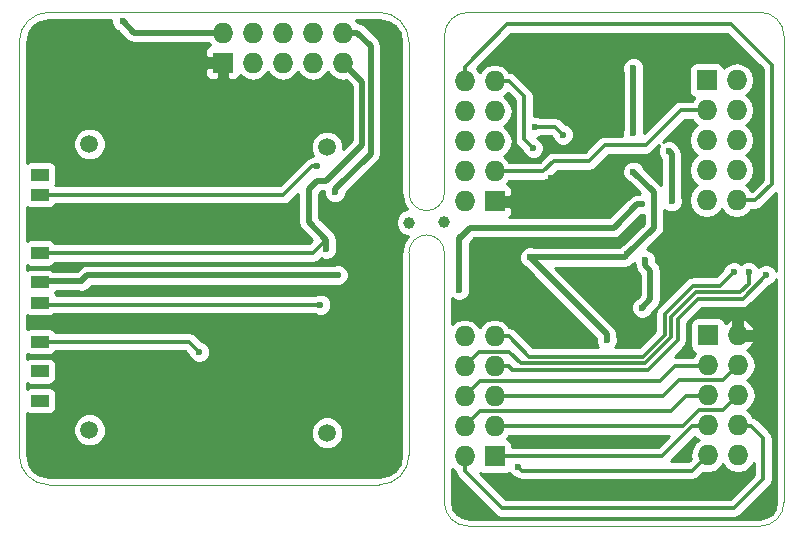
<source format=gbl>
%TF.GenerationSoftware,KiCad,Pcbnew,4.0.2-stable*%
%TF.CreationDate,2016-07-29T00:42:35+02:00*%
%TF.ProjectId,combined,636F6D62696E65642E6B696361645F70,rev?*%
%TF.FileFunction,Copper,L2,Bot,Signal*%
%FSLAX46Y46*%
G04 Gerber Fmt 4.6, Leading zero omitted, Abs format (unit mm)*
G04 Created by KiCad (PCBNEW 4.0.2-stable) date 29.07.2016 00:42:35*
%MOMM*%
G01*
G04 APERTURE LIST*
%ADD10C,0.100000*%
%ADD11C,0.010000*%
%ADD12C,1.000000*%
%ADD13C,0.600000*%
%ADD14R,1.727200X1.727200*%
%ADD15O,1.727200X1.727200*%
%ADD16C,1.500000*%
%ADD17R,1.500000X1.000000*%
%ADD18R,2.200000X1.200000*%
%ADD19C,0.500000*%
%ADD20C,0.350000*%
%ADD21C,0.254000*%
G04 APERTURE END LIST*
D10*
D11*
X112250000Y-106000000D02*
X112250000Y-119300000D01*
X139000000Y-104000000D02*
X114250000Y-104000000D01*
X141000000Y-145500000D02*
X141000000Y-106000000D01*
X114250000Y-147500000D02*
X139000000Y-147500000D01*
X112250000Y-124350000D02*
X112250000Y-145500000D01*
X112250000Y-145500000D02*
G75*
G03X114250000Y-147500000I2000000J0D01*
G01*
X139000000Y-147500000D02*
G75*
G03X141000000Y-145500000I0J2000000D01*
G01*
X141000000Y-106000000D02*
G75*
G03X139000000Y-104000000I-2000000J0D01*
G01*
X114250000Y-104000000D02*
G75*
G03X112250000Y-106000000I0J-2000000D01*
G01*
X109250000Y-106500000D02*
X109250000Y-119300000D01*
X109250000Y-141500000D02*
X109250000Y-124350000D01*
X110750000Y-122850000D02*
G75*
G03X109250000Y-124350000I0J-1500000D01*
G01*
X112250000Y-124350000D02*
G75*
G03X110750000Y-122850000I-1500000J0D01*
G01*
X110750000Y-120800000D02*
G75*
G03X112250000Y-119300000I0J1500000D01*
G01*
X109250000Y-119300000D02*
G75*
G03X110750000Y-120800000I1500000J0D01*
G01*
X78750000Y-104000000D02*
X106750000Y-104000000D01*
X76250000Y-141500000D02*
X76250000Y-106500000D01*
X106750000Y-144000000D02*
X78750000Y-144000000D01*
X76250000Y-141500000D02*
G75*
G03X78750000Y-144000000I2500000J0D01*
G01*
X106750000Y-144000000D02*
G75*
G03X109250000Y-141500000I0J2500000D01*
G01*
X109250000Y-106500000D02*
G75*
G03X106750000Y-104000000I-2500000J0D01*
G01*
X78750000Y-104000000D02*
G75*
G03X76250000Y-106500000I0J-2500000D01*
G01*
D12*
X112250000Y-121750000D03*
X109250000Y-121800000D03*
D13*
X118350000Y-116050000D03*
X121400000Y-111900000D03*
X129900000Y-116750000D03*
X127950000Y-131200000D03*
X116050000Y-128450000D03*
X115050000Y-123450000D03*
X128400000Y-126300000D03*
X121700000Y-131000000D03*
X121300000Y-118000000D03*
X114500000Y-145250000D03*
X118600000Y-107100000D03*
X131500000Y-108600000D03*
X132100000Y-122400000D03*
X134400000Y-125600000D03*
X139400000Y-136800000D03*
X134100000Y-144500000D03*
X132300000Y-141800000D03*
X128500000Y-140400000D03*
X121300000Y-140400000D03*
D14*
X134460000Y-109750000D03*
D15*
X137000000Y-109750000D03*
X134460000Y-112290000D03*
X137000000Y-112290000D03*
X134460000Y-114830000D03*
X137000000Y-114830000D03*
X134460000Y-117370000D03*
X137000000Y-117370000D03*
X134460000Y-119910000D03*
X137000000Y-119910000D03*
D14*
X134560000Y-131350000D03*
D15*
X137100000Y-131350000D03*
X134560000Y-133890000D03*
X137100000Y-133890000D03*
X134560000Y-136430000D03*
X137100000Y-136430000D03*
X134560000Y-138970000D03*
X137100000Y-138970000D03*
X134560000Y-141510000D03*
X137100000Y-141510000D03*
D14*
X116500000Y-141600000D03*
D15*
X113960000Y-141600000D03*
X116500000Y-139060000D03*
X113960000Y-139060000D03*
X116500000Y-136520000D03*
X113960000Y-136520000D03*
X116500000Y-133980000D03*
X113960000Y-133980000D03*
X116500000Y-131440000D03*
X113960000Y-131440000D03*
D14*
X116500000Y-120000000D03*
D15*
X113960000Y-120000000D03*
X116500000Y-117460000D03*
X113960000Y-117460000D03*
X116500000Y-114920000D03*
X113960000Y-114920000D03*
X116500000Y-112380000D03*
X113960000Y-112380000D03*
X116500000Y-109840000D03*
X113960000Y-109840000D03*
D13*
X123700000Y-144800000D03*
X95100000Y-134950000D03*
X89250000Y-138250000D03*
X102400000Y-135900000D03*
X104300000Y-141750000D03*
X90700000Y-122150000D03*
D16*
X82200000Y-139350000D03*
X82200000Y-115150000D03*
D14*
X93500000Y-108250000D03*
D15*
X93500000Y-105710000D03*
X96040000Y-108250000D03*
X96040000Y-105710000D03*
X98580000Y-108250000D03*
X98580000Y-105710000D03*
X101120000Y-108250000D03*
X101120000Y-105710000D03*
X103660000Y-108250000D03*
X103660000Y-105710000D03*
D17*
X78000000Y-134375000D03*
X78000000Y-131875000D03*
X78000000Y-128575000D03*
X78000000Y-126875000D03*
X78000000Y-124375000D03*
X78000000Y-121875000D03*
X78000000Y-119450000D03*
X78000000Y-117750000D03*
X78000000Y-136875000D03*
X78000000Y-130225000D03*
X78000000Y-114400000D03*
D18*
X99000000Y-141900000D03*
X100200000Y-113900000D03*
D16*
X102300000Y-139600000D03*
X102300000Y-115400000D03*
D13*
X93700000Y-140850000D03*
X114750000Y-125500000D03*
X98500000Y-121850000D03*
X103750000Y-121500000D03*
X83750000Y-105750000D03*
X126000000Y-131750000D03*
X128250000Y-108750000D03*
X128250000Y-114250000D03*
X128250000Y-117500000D03*
X127750000Y-124500000D03*
X119500000Y-124750000D03*
X103250000Y-126250000D03*
X81500000Y-126750000D03*
X118500000Y-142500000D03*
X136750000Y-126000000D03*
X138000000Y-126000000D03*
X139500000Y-126250000D03*
X129000000Y-120250000D03*
X131250000Y-115750000D03*
X131500000Y-120000000D03*
X129250000Y-125000000D03*
X113650000Y-123000000D03*
X113500000Y-127500000D03*
X129000000Y-129000000D03*
X85000000Y-104750000D03*
X119900000Y-113700000D03*
X122300000Y-114350000D03*
X119750000Y-115500000D03*
X91500000Y-132750000D03*
X101750000Y-128750000D03*
X102250000Y-124000000D03*
X101500000Y-117000000D03*
X103000000Y-119250000D03*
D19*
X121700000Y-131000000D02*
X121700000Y-130100000D01*
X121700000Y-130100000D02*
X115050000Y-123450000D01*
X114750000Y-125500000D02*
X114750000Y-125250000D01*
X114750000Y-125250000D02*
X116750000Y-123250000D01*
X116250000Y-128500000D02*
X116250000Y-127000000D01*
X116250000Y-127000000D02*
X114750000Y-125500000D01*
X87100000Y-121875000D02*
X98475000Y-121875000D01*
X78000000Y-121875000D02*
X87100000Y-121875000D01*
X98475000Y-121875000D02*
X98500000Y-121850000D01*
X126000000Y-131250000D02*
X126000000Y-131750000D01*
X125500000Y-130750000D02*
X126000000Y-131250000D01*
X119500000Y-124750000D02*
X125500000Y-130750000D01*
X128250000Y-114250000D02*
X128250000Y-108750000D01*
X128250000Y-117500000D02*
X130000000Y-119250000D01*
X130000000Y-119250000D02*
X130000000Y-122250000D01*
X130000000Y-122250000D02*
X127750000Y-124500000D01*
X119500000Y-124750000D02*
X127500000Y-124750000D01*
X127500000Y-124750000D02*
X127750000Y-124500000D01*
X103250000Y-126250000D02*
X82000000Y-126250000D01*
X82000000Y-126250000D02*
X81500000Y-126750000D01*
X81500000Y-126750000D02*
X78125000Y-126750000D01*
X78125000Y-126750000D02*
X78000000Y-126875000D01*
D20*
X133596401Y-142443599D02*
X134460000Y-141580000D01*
X118799999Y-142799999D02*
X133240001Y-142799999D01*
X133240001Y-142799999D02*
X133596401Y-142443599D01*
X118500000Y-142500000D02*
X118799999Y-142799999D01*
X129044360Y-133149980D02*
X130899980Y-131294360D01*
X119431294Y-133149980D02*
X129044360Y-133149980D01*
X116500000Y-131440000D02*
X117721314Y-131440000D01*
X117721314Y-131440000D02*
X119431294Y-133149980D01*
X133294358Y-127149980D02*
X135600020Y-127149980D01*
X135600020Y-127149980D02*
X136750000Y-126000000D01*
X130899980Y-131294360D02*
X130899980Y-129544358D01*
X130899980Y-129544358D02*
X133294358Y-127149980D01*
X113960000Y-133980000D02*
X115198601Y-132741399D01*
X115198601Y-132741399D02*
X117741399Y-132741399D01*
X118699990Y-133699990D02*
X129272180Y-133699990D01*
X117741399Y-132741399D02*
X118699990Y-133699990D01*
X129272180Y-133699990D02*
X131449990Y-131522180D01*
X131449990Y-131522180D02*
X131449990Y-129772179D01*
X131449990Y-129772179D02*
X133522179Y-127699990D01*
X136250000Y-127699990D02*
X137272180Y-127699990D01*
X133522179Y-127699990D02*
X136250000Y-127699990D01*
X137272180Y-127699990D02*
X138000000Y-126972170D01*
X138000000Y-126972170D02*
X138000000Y-126000000D01*
X129500000Y-134250000D02*
X132000000Y-131750000D01*
X116500000Y-133980000D02*
X117721314Y-133980000D01*
X117721314Y-133980000D02*
X117991314Y-134250000D01*
X117991314Y-134250000D02*
X129500000Y-134250000D01*
X132000000Y-130000000D02*
X133750000Y-128250000D01*
X132000000Y-131750000D02*
X132000000Y-130000000D01*
X133750000Y-128250000D02*
X137500000Y-128250000D01*
X137500000Y-128250000D02*
X139500000Y-126250000D01*
X113960000Y-136520000D02*
X115230000Y-135250000D01*
X130500000Y-135250000D02*
X131790000Y-133960000D01*
X115230000Y-135250000D02*
X130500000Y-135250000D01*
X131790000Y-133960000D02*
X134460000Y-133960000D01*
X137100000Y-133890000D02*
X135840000Y-135150000D01*
X135840000Y-135150000D02*
X132100000Y-135150000D01*
X132100000Y-135150000D02*
X130730000Y-136520000D01*
X130730000Y-136520000D02*
X116500000Y-136520000D01*
X113960000Y-139060000D02*
X115261399Y-137758601D01*
X115261399Y-137758601D02*
X131463569Y-137758601D01*
X131463569Y-137758601D02*
X132722170Y-136500000D01*
X132722170Y-136500000D02*
X133238686Y-136500000D01*
X133238686Y-136500000D02*
X134460000Y-136500000D01*
X116500000Y-139060000D02*
X132440856Y-139060000D01*
X132440856Y-139060000D02*
X133800856Y-137700000D01*
X133800856Y-137700000D02*
X135830000Y-137700000D01*
X135830000Y-137700000D02*
X137100000Y-136430000D01*
X137000000Y-139040000D02*
X138221314Y-139040000D01*
X138221314Y-139040000D02*
X139250000Y-140068686D01*
X139250000Y-140068686D02*
X139250000Y-143500000D01*
X139250000Y-143500000D02*
X136750000Y-146000000D01*
X136750000Y-146000000D02*
X117138686Y-146000000D01*
X113960000Y-142821314D02*
X113960000Y-141600000D01*
X117138686Y-146000000D02*
X113960000Y-142821314D01*
X134460000Y-139040000D02*
X133238686Y-139040000D01*
X133238686Y-139040000D02*
X130678686Y-141600000D01*
X130678686Y-141600000D02*
X116500000Y-141600000D01*
D19*
X129250000Y-125000000D02*
X129250000Y-125424264D01*
X126575736Y-122250000D02*
X114400000Y-122250000D01*
X114400000Y-122250000D02*
X113650000Y-123000000D01*
X129000000Y-120250000D02*
X128575736Y-120250000D01*
X128575736Y-120250000D02*
X126575736Y-122250000D01*
X131500000Y-116000000D02*
X131250000Y-115750000D01*
X131500000Y-120000000D02*
X131500000Y-116000000D01*
X113500000Y-127500000D02*
X113500000Y-123150000D01*
X113500000Y-123150000D02*
X113650000Y-123000000D01*
X129700000Y-125874264D02*
X129700000Y-128300000D01*
X129700000Y-128300000D02*
X129000000Y-129000000D01*
X129250000Y-125424264D02*
X129700000Y-125874264D01*
X93500000Y-105710000D02*
X85960000Y-105710000D01*
X85960000Y-105710000D02*
X85000000Y-104750000D01*
D20*
X132250000Y-112290000D02*
X134460000Y-112290000D01*
X129290000Y-115250000D02*
X132250000Y-112290000D01*
X125850000Y-115250000D02*
X129290000Y-115250000D01*
X124500000Y-116600000D02*
X125850000Y-115250000D01*
X121500000Y-116600000D02*
X124500000Y-116600000D01*
X116500000Y-117460000D02*
X120640000Y-117460000D01*
X120640000Y-117460000D02*
X121500000Y-116600000D01*
X121650000Y-113700000D02*
X119900000Y-113700000D01*
X122300000Y-114350000D02*
X121650000Y-113700000D01*
X122250000Y-114400000D02*
X122300000Y-114350000D01*
X119000000Y-111118686D02*
X119000000Y-114750000D01*
X119000000Y-114750000D02*
X119750000Y-115500000D01*
X116500000Y-109840000D02*
X117721314Y-109840000D01*
X117721314Y-109840000D02*
X119000000Y-111118686D01*
X113960000Y-109840000D02*
X113960000Y-108618686D01*
X113960000Y-108618686D02*
X117578686Y-105000000D01*
X117578686Y-105000000D02*
X136500000Y-105000000D01*
X136500000Y-105000000D02*
X140000000Y-108500000D01*
X140000000Y-108500000D02*
X140000000Y-118500000D01*
X140000000Y-118500000D02*
X138590000Y-119910000D01*
X138590000Y-119910000D02*
X137000000Y-119910000D01*
X91500000Y-132750000D02*
X90625000Y-131875000D01*
X90625000Y-131875000D02*
X78000000Y-131875000D01*
X101750000Y-128750000D02*
X78175000Y-128750000D01*
X78175000Y-128750000D02*
X78000000Y-128575000D01*
X102250000Y-123250000D02*
X101125000Y-124375000D01*
X101125000Y-124375000D02*
X78000000Y-124375000D01*
D19*
X100750000Y-121750000D02*
X102250000Y-123250000D01*
X102250000Y-123250000D02*
X102250000Y-124000000D01*
X100750000Y-119000000D02*
X100750000Y-121750000D01*
X101500000Y-118250000D02*
X100750000Y-119000000D01*
X102250000Y-118250000D02*
X101500000Y-118250000D01*
X105299990Y-115200010D02*
X102250000Y-118250000D01*
X103660000Y-108250000D02*
X105299990Y-109889990D01*
X105299990Y-109889990D02*
X105299990Y-115200010D01*
D20*
X101500000Y-117000000D02*
X101075736Y-117000000D01*
X101075736Y-117000000D02*
X98625736Y-119450000D01*
X98625736Y-119450000D02*
X79100000Y-119450000D01*
X79100000Y-119450000D02*
X78000000Y-119450000D01*
D19*
X106000000Y-116000000D02*
X103000000Y-119000000D01*
X103000000Y-119000000D02*
X103000000Y-119250000D01*
X106000000Y-106828686D02*
X106000000Y-116000000D01*
X103660000Y-105710000D02*
X104881314Y-105710000D01*
X104881314Y-105710000D02*
X106000000Y-106828686D01*
D21*
G36*
X140360000Y-145436964D02*
X140244892Y-146015653D01*
X139952800Y-146452799D01*
X139515650Y-146744893D01*
X138936964Y-146860000D01*
X114313036Y-146860000D01*
X113734347Y-146744892D01*
X113297201Y-146452800D01*
X113005107Y-146015650D01*
X112890000Y-145436964D01*
X112890000Y-142672385D01*
X113155689Y-142849912D01*
X113211658Y-143131288D01*
X113309393Y-143277558D01*
X113387244Y-143394070D01*
X116565930Y-146572757D01*
X116828713Y-146748343D01*
X116966583Y-146775766D01*
X117138686Y-146810000D01*
X136750000Y-146810000D01*
X137059974Y-146748342D01*
X137322756Y-146572756D01*
X139822757Y-144072756D01*
X139954798Y-143875142D01*
X139998342Y-143809974D01*
X140060000Y-143500000D01*
X140060000Y-140068686D01*
X140021812Y-139876702D01*
X139998343Y-139758713D01*
X139822757Y-139495930D01*
X138794070Y-138467244D01*
X138733151Y-138426539D01*
X138531288Y-138291658D01*
X138419183Y-138269359D01*
X138159670Y-137880971D01*
X137888828Y-137700000D01*
X138159670Y-137519029D01*
X138484526Y-137032848D01*
X138598600Y-136459359D01*
X138598600Y-136400641D01*
X138484526Y-135827152D01*
X138159670Y-135340971D01*
X137888828Y-135160000D01*
X138159670Y-134979029D01*
X138484526Y-134492848D01*
X138598600Y-133919359D01*
X138598600Y-133860641D01*
X138484526Y-133287152D01*
X138159670Y-132800971D01*
X137870890Y-132608014D01*
X138142687Y-132426424D01*
X138475247Y-131945467D01*
X138392717Y-131723000D01*
X137473000Y-131723000D01*
X137473000Y-131743000D01*
X136727000Y-131743000D01*
X136727000Y-131723000D01*
X136707000Y-131723000D01*
X136707000Y-130977000D01*
X136727000Y-130977000D01*
X136727000Y-130063117D01*
X137473000Y-130063117D01*
X137473000Y-130977000D01*
X138392717Y-130977000D01*
X138475247Y-130754533D01*
X138142687Y-130273576D01*
X137695463Y-129974782D01*
X137473000Y-130063117D01*
X136727000Y-130063117D01*
X136504537Y-129974782D01*
X136057313Y-130273576D01*
X136036624Y-130303497D01*
X136026762Y-130251083D01*
X135887690Y-130034959D01*
X135675490Y-129889969D01*
X135423600Y-129838960D01*
X133696400Y-129838960D01*
X133461083Y-129883238D01*
X133244959Y-130022310D01*
X133099969Y-130234510D01*
X133048960Y-130486400D01*
X133048960Y-132213600D01*
X133093238Y-132448917D01*
X133232310Y-132665041D01*
X133444510Y-132810031D01*
X133488345Y-132818908D01*
X133267116Y-133150000D01*
X131790000Y-133150000D01*
X131734466Y-133161046D01*
X132572757Y-132322756D01*
X132724981Y-132094936D01*
X132748342Y-132059974D01*
X132810000Y-131750000D01*
X132810000Y-130335512D01*
X134085513Y-129060000D01*
X137500000Y-129060000D01*
X137809974Y-128998342D01*
X138072756Y-128822756D01*
X139728084Y-127167429D01*
X140028943Y-127043117D01*
X140292192Y-126780327D01*
X140360000Y-126617028D01*
X140360000Y-145436964D01*
X140360000Y-145436964D01*
G37*
X140360000Y-145436964D02*
X140244892Y-146015653D01*
X139952800Y-146452799D01*
X139515650Y-146744893D01*
X138936964Y-146860000D01*
X114313036Y-146860000D01*
X113734347Y-146744892D01*
X113297201Y-146452800D01*
X113005107Y-146015650D01*
X112890000Y-145436964D01*
X112890000Y-142672385D01*
X113155689Y-142849912D01*
X113211658Y-143131288D01*
X113309393Y-143277558D01*
X113387244Y-143394070D01*
X116565930Y-146572757D01*
X116828713Y-146748343D01*
X116966583Y-146775766D01*
X117138686Y-146810000D01*
X136750000Y-146810000D01*
X137059974Y-146748342D01*
X137322756Y-146572756D01*
X139822757Y-144072756D01*
X139954798Y-143875142D01*
X139998342Y-143809974D01*
X140060000Y-143500000D01*
X140060000Y-140068686D01*
X140021812Y-139876702D01*
X139998343Y-139758713D01*
X139822757Y-139495930D01*
X138794070Y-138467244D01*
X138733151Y-138426539D01*
X138531288Y-138291658D01*
X138419183Y-138269359D01*
X138159670Y-137880971D01*
X137888828Y-137700000D01*
X138159670Y-137519029D01*
X138484526Y-137032848D01*
X138598600Y-136459359D01*
X138598600Y-136400641D01*
X138484526Y-135827152D01*
X138159670Y-135340971D01*
X137888828Y-135160000D01*
X138159670Y-134979029D01*
X138484526Y-134492848D01*
X138598600Y-133919359D01*
X138598600Y-133860641D01*
X138484526Y-133287152D01*
X138159670Y-132800971D01*
X137870890Y-132608014D01*
X138142687Y-132426424D01*
X138475247Y-131945467D01*
X138392717Y-131723000D01*
X137473000Y-131723000D01*
X137473000Y-131743000D01*
X136727000Y-131743000D01*
X136727000Y-131723000D01*
X136707000Y-131723000D01*
X136707000Y-130977000D01*
X136727000Y-130977000D01*
X136727000Y-130063117D01*
X137473000Y-130063117D01*
X137473000Y-130977000D01*
X138392717Y-130977000D01*
X138475247Y-130754533D01*
X138142687Y-130273576D01*
X137695463Y-129974782D01*
X137473000Y-130063117D01*
X136727000Y-130063117D01*
X136504537Y-129974782D01*
X136057313Y-130273576D01*
X136036624Y-130303497D01*
X136026762Y-130251083D01*
X135887690Y-130034959D01*
X135675490Y-129889969D01*
X135423600Y-129838960D01*
X133696400Y-129838960D01*
X133461083Y-129883238D01*
X133244959Y-130022310D01*
X133099969Y-130234510D01*
X133048960Y-130486400D01*
X133048960Y-132213600D01*
X133093238Y-132448917D01*
X133232310Y-132665041D01*
X133444510Y-132810031D01*
X133488345Y-132818908D01*
X133267116Y-133150000D01*
X131790000Y-133150000D01*
X131734466Y-133161046D01*
X132572757Y-132322756D01*
X132724981Y-132094936D01*
X132748342Y-132059974D01*
X132810000Y-131750000D01*
X132810000Y-130335512D01*
X134085513Y-129060000D01*
X137500000Y-129060000D01*
X137809974Y-128998342D01*
X138072756Y-128822756D01*
X139728084Y-127167429D01*
X140028943Y-127043117D01*
X140292192Y-126780327D01*
X140360000Y-126617028D01*
X140360000Y-145436964D01*
G36*
X138440000Y-143164487D02*
X136414488Y-145190000D01*
X117474199Y-145190000D01*
X115257333Y-142973135D01*
X115384510Y-143060031D01*
X115636400Y-143111040D01*
X117363600Y-143111040D01*
X117598917Y-143066762D01*
X117696551Y-143003937D01*
X117706883Y-143028943D01*
X117969673Y-143292192D01*
X118313201Y-143434838D01*
X118320164Y-143434844D01*
X118490026Y-143548342D01*
X118799999Y-143609999D01*
X133240001Y-143609999D01*
X133549975Y-143548341D01*
X133812757Y-143372755D01*
X134169158Y-143016355D01*
X134169160Y-143016352D01*
X134215982Y-142969530D01*
X134560000Y-143037959D01*
X135133489Y-142923885D01*
X135619670Y-142599029D01*
X135830000Y-142284248D01*
X136040330Y-142599029D01*
X136526511Y-142923885D01*
X137100000Y-143037959D01*
X137673489Y-142923885D01*
X138159670Y-142599029D01*
X138440000Y-142179486D01*
X138440000Y-143164487D01*
X138440000Y-143164487D01*
G37*
X138440000Y-143164487D02*
X136414488Y-145190000D01*
X117474199Y-145190000D01*
X115257333Y-142973135D01*
X115384510Y-143060031D01*
X115636400Y-143111040D01*
X117363600Y-143111040D01*
X117598917Y-143066762D01*
X117696551Y-143003937D01*
X117706883Y-143028943D01*
X117969673Y-143292192D01*
X118313201Y-143434838D01*
X118320164Y-143434844D01*
X118490026Y-143548342D01*
X118799999Y-143609999D01*
X133240001Y-143609999D01*
X133549975Y-143548341D01*
X133812757Y-143372755D01*
X134169158Y-143016355D01*
X134169160Y-143016352D01*
X134215982Y-142969530D01*
X134560000Y-143037959D01*
X135133489Y-142923885D01*
X135619670Y-142599029D01*
X135830000Y-142284248D01*
X136040330Y-142599029D01*
X136526511Y-142923885D01*
X137100000Y-143037959D01*
X137673489Y-142923885D01*
X138159670Y-142599029D01*
X138440000Y-142179486D01*
X138440000Y-143164487D01*
G36*
X107456995Y-104793169D02*
X108056353Y-105193647D01*
X108456832Y-105793006D01*
X108610000Y-106563037D01*
X108610000Y-119300000D01*
X108622297Y-119361821D01*
X108622297Y-119424858D01*
X108736479Y-119998882D01*
X108736479Y-119998883D01*
X108832040Y-120229590D01*
X109122897Y-120664888D01*
X109025225Y-120664803D01*
X108607914Y-120837233D01*
X108288355Y-121156235D01*
X108115197Y-121573244D01*
X108114803Y-122024775D01*
X108287233Y-122442086D01*
X108606235Y-122761645D01*
X109023244Y-122934803D01*
X109156434Y-122934919D01*
X108832040Y-123420410D01*
X108736479Y-123651117D01*
X108622297Y-124225142D01*
X108622297Y-124288179D01*
X108610000Y-124350000D01*
X108610000Y-141436963D01*
X108456832Y-142206994D01*
X108056353Y-142806353D01*
X107456995Y-143206831D01*
X106686963Y-143360000D01*
X78813037Y-143360000D01*
X78043006Y-143206832D01*
X77443647Y-142806353D01*
X77043169Y-142206995D01*
X76890000Y-141436963D01*
X76890000Y-139624285D01*
X80814760Y-139624285D01*
X81025169Y-140133515D01*
X81414436Y-140523461D01*
X81923298Y-140734759D01*
X82474285Y-140735240D01*
X82983515Y-140524831D01*
X83373461Y-140135564D01*
X83481953Y-139874285D01*
X100914760Y-139874285D01*
X101125169Y-140383515D01*
X101514436Y-140773461D01*
X102023298Y-140984759D01*
X102574285Y-140985240D01*
X103083515Y-140774831D01*
X103473461Y-140385564D01*
X103684759Y-139876702D01*
X103685240Y-139325715D01*
X103474831Y-138816485D01*
X103085564Y-138426539D01*
X102576702Y-138215241D01*
X102025715Y-138214760D01*
X101516485Y-138425169D01*
X101126539Y-138814436D01*
X100915241Y-139323298D01*
X100914760Y-139874285D01*
X83481953Y-139874285D01*
X83584759Y-139626702D01*
X83585240Y-139075715D01*
X83374831Y-138566485D01*
X82985564Y-138176539D01*
X82476702Y-137965241D01*
X81925715Y-137964760D01*
X81416485Y-138175169D01*
X81026539Y-138564436D01*
X80815241Y-139073298D01*
X80814760Y-139624285D01*
X76890000Y-139624285D01*
X76890000Y-137897563D01*
X76998110Y-137971431D01*
X77250000Y-138022440D01*
X78750000Y-138022440D01*
X78985317Y-137978162D01*
X79201441Y-137839090D01*
X79346431Y-137626890D01*
X79397440Y-137375000D01*
X79397440Y-136375000D01*
X79353162Y-136139683D01*
X79214090Y-135923559D01*
X79001890Y-135778569D01*
X78750000Y-135727560D01*
X77250000Y-135727560D01*
X77014683Y-135771838D01*
X76890000Y-135852069D01*
X76890000Y-135397563D01*
X76998110Y-135471431D01*
X77250000Y-135522440D01*
X78750000Y-135522440D01*
X78985317Y-135478162D01*
X79201441Y-135339090D01*
X79346431Y-135126890D01*
X79397440Y-134875000D01*
X79397440Y-133875000D01*
X79353162Y-133639683D01*
X79214090Y-133423559D01*
X79001890Y-133278569D01*
X78750000Y-133227560D01*
X77250000Y-133227560D01*
X77014683Y-133271838D01*
X76890000Y-133352069D01*
X76890000Y-132897563D01*
X76998110Y-132971431D01*
X77250000Y-133022440D01*
X78750000Y-133022440D01*
X78985317Y-132978162D01*
X79201441Y-132839090D01*
X79306726Y-132685000D01*
X90289488Y-132685000D01*
X90582571Y-132978083D01*
X90706883Y-133278943D01*
X90969673Y-133542192D01*
X91313201Y-133684838D01*
X91685167Y-133685162D01*
X92028943Y-133543117D01*
X92292192Y-133280327D01*
X92434838Y-132936799D01*
X92435162Y-132564833D01*
X92293117Y-132221057D01*
X92030327Y-131957808D01*
X91727629Y-131832116D01*
X91197756Y-131302244D01*
X91185957Y-131294360D01*
X90934974Y-131126658D01*
X90625000Y-131065000D01*
X79305105Y-131065000D01*
X79214090Y-130923559D01*
X79001890Y-130778569D01*
X78750000Y-130727560D01*
X77250000Y-130727560D01*
X77014683Y-130771838D01*
X76890000Y-130852069D01*
X76890000Y-129597563D01*
X76998110Y-129671431D01*
X77250000Y-129722440D01*
X78750000Y-129722440D01*
X78985317Y-129678162D01*
X79168946Y-129560000D01*
X101262559Y-129560000D01*
X101563201Y-129684838D01*
X101935167Y-129685162D01*
X102278943Y-129543117D01*
X102542192Y-129280327D01*
X102684838Y-128936799D01*
X102685162Y-128564833D01*
X102543117Y-128221057D01*
X102280327Y-127957808D01*
X101936799Y-127815162D01*
X101564833Y-127814838D01*
X101261917Y-127940000D01*
X79372038Y-127940000D01*
X79353162Y-127839683D01*
X79279380Y-127725022D01*
X79340890Y-127635000D01*
X81193178Y-127635000D01*
X81313201Y-127684838D01*
X81685167Y-127685162D01*
X82028943Y-127543117D01*
X82292192Y-127280327D01*
X82342566Y-127159014D01*
X82366580Y-127135000D01*
X102943178Y-127135000D01*
X103063201Y-127184838D01*
X103435167Y-127185162D01*
X103778943Y-127043117D01*
X104042192Y-126780327D01*
X104184838Y-126436799D01*
X104185162Y-126064833D01*
X104043117Y-125721057D01*
X103780327Y-125457808D01*
X103436799Y-125315162D01*
X103064833Y-125314838D01*
X102943431Y-125365000D01*
X82000005Y-125365000D01*
X82000000Y-125364999D01*
X81717516Y-125421190D01*
X81661325Y-125432367D01*
X81374210Y-125624210D01*
X81374208Y-125624213D01*
X81133421Y-125865000D01*
X79128386Y-125865000D01*
X79001890Y-125778569D01*
X78750000Y-125727560D01*
X77250000Y-125727560D01*
X77014683Y-125771838D01*
X76890000Y-125852069D01*
X76890000Y-125397563D01*
X76998110Y-125471431D01*
X77250000Y-125522440D01*
X78750000Y-125522440D01*
X78985317Y-125478162D01*
X79201441Y-125339090D01*
X79306726Y-125185000D01*
X101125000Y-125185000D01*
X101434974Y-125123342D01*
X101697756Y-124947756D01*
X101814107Y-124831405D01*
X102063201Y-124934838D01*
X102435167Y-124935162D01*
X102778943Y-124793117D01*
X103042192Y-124530327D01*
X103184838Y-124186799D01*
X103185162Y-123814833D01*
X103135000Y-123693431D01*
X103135000Y-123250000D01*
X103067633Y-122911325D01*
X102875790Y-122624210D01*
X102875787Y-122624208D01*
X101635000Y-121383420D01*
X101635000Y-119366580D01*
X101866579Y-119135000D01*
X102065099Y-119135000D01*
X102064838Y-119435167D01*
X102206883Y-119778943D01*
X102469673Y-120042192D01*
X102813201Y-120184838D01*
X103185167Y-120185162D01*
X103528943Y-120043117D01*
X103792192Y-119780327D01*
X103934838Y-119436799D01*
X103934943Y-119316637D01*
X106625787Y-116625792D01*
X106625790Y-116625790D01*
X106817633Y-116338675D01*
X106829239Y-116280327D01*
X106885001Y-116000000D01*
X106885000Y-115999995D01*
X106885000Y-106828691D01*
X106885001Y-106828686D01*
X106826013Y-106532140D01*
X106817633Y-106490011D01*
X106625790Y-106202896D01*
X106625787Y-106202894D01*
X105507104Y-105084210D01*
X105219989Y-104892367D01*
X105153131Y-104879068D01*
X104881314Y-104824999D01*
X104881309Y-104825000D01*
X104855998Y-104825000D01*
X104732385Y-104640000D01*
X106686963Y-104640000D01*
X107456995Y-104793169D01*
X107456995Y-104793169D01*
G37*
X107456995Y-104793169D02*
X108056353Y-105193647D01*
X108456832Y-105793006D01*
X108610000Y-106563037D01*
X108610000Y-119300000D01*
X108622297Y-119361821D01*
X108622297Y-119424858D01*
X108736479Y-119998882D01*
X108736479Y-119998883D01*
X108832040Y-120229590D01*
X109122897Y-120664888D01*
X109025225Y-120664803D01*
X108607914Y-120837233D01*
X108288355Y-121156235D01*
X108115197Y-121573244D01*
X108114803Y-122024775D01*
X108287233Y-122442086D01*
X108606235Y-122761645D01*
X109023244Y-122934803D01*
X109156434Y-122934919D01*
X108832040Y-123420410D01*
X108736479Y-123651117D01*
X108622297Y-124225142D01*
X108622297Y-124288179D01*
X108610000Y-124350000D01*
X108610000Y-141436963D01*
X108456832Y-142206994D01*
X108056353Y-142806353D01*
X107456995Y-143206831D01*
X106686963Y-143360000D01*
X78813037Y-143360000D01*
X78043006Y-143206832D01*
X77443647Y-142806353D01*
X77043169Y-142206995D01*
X76890000Y-141436963D01*
X76890000Y-139624285D01*
X80814760Y-139624285D01*
X81025169Y-140133515D01*
X81414436Y-140523461D01*
X81923298Y-140734759D01*
X82474285Y-140735240D01*
X82983515Y-140524831D01*
X83373461Y-140135564D01*
X83481953Y-139874285D01*
X100914760Y-139874285D01*
X101125169Y-140383515D01*
X101514436Y-140773461D01*
X102023298Y-140984759D01*
X102574285Y-140985240D01*
X103083515Y-140774831D01*
X103473461Y-140385564D01*
X103684759Y-139876702D01*
X103685240Y-139325715D01*
X103474831Y-138816485D01*
X103085564Y-138426539D01*
X102576702Y-138215241D01*
X102025715Y-138214760D01*
X101516485Y-138425169D01*
X101126539Y-138814436D01*
X100915241Y-139323298D01*
X100914760Y-139874285D01*
X83481953Y-139874285D01*
X83584759Y-139626702D01*
X83585240Y-139075715D01*
X83374831Y-138566485D01*
X82985564Y-138176539D01*
X82476702Y-137965241D01*
X81925715Y-137964760D01*
X81416485Y-138175169D01*
X81026539Y-138564436D01*
X80815241Y-139073298D01*
X80814760Y-139624285D01*
X76890000Y-139624285D01*
X76890000Y-137897563D01*
X76998110Y-137971431D01*
X77250000Y-138022440D01*
X78750000Y-138022440D01*
X78985317Y-137978162D01*
X79201441Y-137839090D01*
X79346431Y-137626890D01*
X79397440Y-137375000D01*
X79397440Y-136375000D01*
X79353162Y-136139683D01*
X79214090Y-135923559D01*
X79001890Y-135778569D01*
X78750000Y-135727560D01*
X77250000Y-135727560D01*
X77014683Y-135771838D01*
X76890000Y-135852069D01*
X76890000Y-135397563D01*
X76998110Y-135471431D01*
X77250000Y-135522440D01*
X78750000Y-135522440D01*
X78985317Y-135478162D01*
X79201441Y-135339090D01*
X79346431Y-135126890D01*
X79397440Y-134875000D01*
X79397440Y-133875000D01*
X79353162Y-133639683D01*
X79214090Y-133423559D01*
X79001890Y-133278569D01*
X78750000Y-133227560D01*
X77250000Y-133227560D01*
X77014683Y-133271838D01*
X76890000Y-133352069D01*
X76890000Y-132897563D01*
X76998110Y-132971431D01*
X77250000Y-133022440D01*
X78750000Y-133022440D01*
X78985317Y-132978162D01*
X79201441Y-132839090D01*
X79306726Y-132685000D01*
X90289488Y-132685000D01*
X90582571Y-132978083D01*
X90706883Y-133278943D01*
X90969673Y-133542192D01*
X91313201Y-133684838D01*
X91685167Y-133685162D01*
X92028943Y-133543117D01*
X92292192Y-133280327D01*
X92434838Y-132936799D01*
X92435162Y-132564833D01*
X92293117Y-132221057D01*
X92030327Y-131957808D01*
X91727629Y-131832116D01*
X91197756Y-131302244D01*
X91185957Y-131294360D01*
X90934974Y-131126658D01*
X90625000Y-131065000D01*
X79305105Y-131065000D01*
X79214090Y-130923559D01*
X79001890Y-130778569D01*
X78750000Y-130727560D01*
X77250000Y-130727560D01*
X77014683Y-130771838D01*
X76890000Y-130852069D01*
X76890000Y-129597563D01*
X76998110Y-129671431D01*
X77250000Y-129722440D01*
X78750000Y-129722440D01*
X78985317Y-129678162D01*
X79168946Y-129560000D01*
X101262559Y-129560000D01*
X101563201Y-129684838D01*
X101935167Y-129685162D01*
X102278943Y-129543117D01*
X102542192Y-129280327D01*
X102684838Y-128936799D01*
X102685162Y-128564833D01*
X102543117Y-128221057D01*
X102280327Y-127957808D01*
X101936799Y-127815162D01*
X101564833Y-127814838D01*
X101261917Y-127940000D01*
X79372038Y-127940000D01*
X79353162Y-127839683D01*
X79279380Y-127725022D01*
X79340890Y-127635000D01*
X81193178Y-127635000D01*
X81313201Y-127684838D01*
X81685167Y-127685162D01*
X82028943Y-127543117D01*
X82292192Y-127280327D01*
X82342566Y-127159014D01*
X82366580Y-127135000D01*
X102943178Y-127135000D01*
X103063201Y-127184838D01*
X103435167Y-127185162D01*
X103778943Y-127043117D01*
X104042192Y-126780327D01*
X104184838Y-126436799D01*
X104185162Y-126064833D01*
X104043117Y-125721057D01*
X103780327Y-125457808D01*
X103436799Y-125315162D01*
X103064833Y-125314838D01*
X102943431Y-125365000D01*
X82000005Y-125365000D01*
X82000000Y-125364999D01*
X81717516Y-125421190D01*
X81661325Y-125432367D01*
X81374210Y-125624210D01*
X81374208Y-125624213D01*
X81133421Y-125865000D01*
X79128386Y-125865000D01*
X79001890Y-125778569D01*
X78750000Y-125727560D01*
X77250000Y-125727560D01*
X77014683Y-125771838D01*
X76890000Y-125852069D01*
X76890000Y-125397563D01*
X76998110Y-125471431D01*
X77250000Y-125522440D01*
X78750000Y-125522440D01*
X78985317Y-125478162D01*
X79201441Y-125339090D01*
X79306726Y-125185000D01*
X101125000Y-125185000D01*
X101434974Y-125123342D01*
X101697756Y-124947756D01*
X101814107Y-124831405D01*
X102063201Y-124934838D01*
X102435167Y-124935162D01*
X102778943Y-124793117D01*
X103042192Y-124530327D01*
X103184838Y-124186799D01*
X103185162Y-123814833D01*
X103135000Y-123693431D01*
X103135000Y-123250000D01*
X103067633Y-122911325D01*
X102875790Y-122624210D01*
X102875787Y-122624208D01*
X101635000Y-121383420D01*
X101635000Y-119366580D01*
X101866579Y-119135000D01*
X102065099Y-119135000D01*
X102064838Y-119435167D01*
X102206883Y-119778943D01*
X102469673Y-120042192D01*
X102813201Y-120184838D01*
X103185167Y-120185162D01*
X103528943Y-120043117D01*
X103792192Y-119780327D01*
X103934838Y-119436799D01*
X103934943Y-119316637D01*
X106625787Y-116625792D01*
X106625790Y-116625790D01*
X106817633Y-116338675D01*
X106829239Y-116280327D01*
X106885001Y-116000000D01*
X106885000Y-115999995D01*
X106885000Y-106828691D01*
X106885001Y-106828686D01*
X106826013Y-106532140D01*
X106817633Y-106490011D01*
X106625790Y-106202896D01*
X106625787Y-106202894D01*
X105507104Y-105084210D01*
X105219989Y-104892367D01*
X105153131Y-104879068D01*
X104881314Y-104824999D01*
X104881309Y-104825000D01*
X104855998Y-104825000D01*
X104732385Y-104640000D01*
X106686963Y-104640000D01*
X107456995Y-104793169D01*
G36*
X133500330Y-140059029D02*
X133771172Y-140240000D01*
X133500330Y-140420971D01*
X133175474Y-140907152D01*
X133061400Y-141480641D01*
X133061400Y-141539359D01*
X133110133Y-141784355D01*
X133023648Y-141870840D01*
X133023645Y-141870842D01*
X132904488Y-141989999D01*
X131434199Y-141989999D01*
X133446192Y-139978006D01*
X133500330Y-140059029D01*
X133500330Y-140059029D01*
G37*
X133500330Y-140059029D02*
X133771172Y-140240000D01*
X133500330Y-140420971D01*
X133175474Y-140907152D01*
X133061400Y-141480641D01*
X133061400Y-141539359D01*
X133110133Y-141784355D01*
X133023648Y-141870840D01*
X133023645Y-141870842D01*
X132904488Y-141989999D01*
X131434199Y-141989999D01*
X133446192Y-139978006D01*
X133500330Y-140059029D01*
G36*
X130343174Y-140790000D02*
X118011040Y-140790000D01*
X118011040Y-140736400D01*
X117966762Y-140501083D01*
X117827690Y-140284959D01*
X117615490Y-140139969D01*
X117571869Y-140131136D01*
X117589029Y-140119670D01*
X117755853Y-139870000D01*
X131263174Y-139870000D01*
X130343174Y-140790000D01*
X130343174Y-140790000D01*
G37*
X130343174Y-140790000D02*
X118011040Y-140790000D01*
X118011040Y-140736400D01*
X117966762Y-140501083D01*
X117827690Y-140284959D01*
X117615490Y-140139969D01*
X117571869Y-140131136D01*
X117589029Y-140119670D01*
X117755853Y-139870000D01*
X131263174Y-139870000D01*
X130343174Y-140790000D01*
G36*
X133400330Y-113379029D02*
X133671172Y-113560000D01*
X133400330Y-113740971D01*
X133075474Y-114227152D01*
X132961400Y-114800641D01*
X132961400Y-114859359D01*
X133075474Y-115432848D01*
X133400330Y-115919029D01*
X133671172Y-116100000D01*
X133400330Y-116280971D01*
X133075474Y-116767152D01*
X132961400Y-117340641D01*
X132961400Y-117399359D01*
X133075474Y-117972848D01*
X133400330Y-118459029D01*
X133671172Y-118640000D01*
X133400330Y-118820971D01*
X133075474Y-119307152D01*
X132961400Y-119880641D01*
X132961400Y-119939359D01*
X133075474Y-120512848D01*
X133400330Y-120999029D01*
X133886511Y-121323885D01*
X134460000Y-121437959D01*
X135033489Y-121323885D01*
X135519670Y-120999029D01*
X135730000Y-120684248D01*
X135940330Y-120999029D01*
X136426511Y-121323885D01*
X137000000Y-121437959D01*
X137573489Y-121323885D01*
X138059670Y-120999029D01*
X138246111Y-120720000D01*
X138590000Y-120720000D01*
X138899974Y-120658342D01*
X139162756Y-120482756D01*
X140360000Y-119285513D01*
X140360000Y-125882927D01*
X140293117Y-125721057D01*
X140030327Y-125457808D01*
X139686799Y-125315162D01*
X139314833Y-125314838D01*
X138971057Y-125456883D01*
X138840933Y-125586780D01*
X138793117Y-125471057D01*
X138530327Y-125207808D01*
X138186799Y-125065162D01*
X137814833Y-125064838D01*
X137471057Y-125206883D01*
X137375063Y-125302710D01*
X137280327Y-125207808D01*
X136936799Y-125065162D01*
X136564833Y-125064838D01*
X136221057Y-125206883D01*
X135957808Y-125469673D01*
X135832116Y-125772371D01*
X135264508Y-126339980D01*
X133294358Y-126339980D01*
X133122255Y-126374214D01*
X132984385Y-126401637D01*
X132721602Y-126577223D01*
X130327224Y-128971602D01*
X130151638Y-129234384D01*
X130089980Y-129544358D01*
X130089980Y-130958847D01*
X128708848Y-132339980D01*
X126732435Y-132339980D01*
X126792192Y-132280327D01*
X126934838Y-131936799D01*
X126935162Y-131564833D01*
X126885000Y-131443431D01*
X126885000Y-131250005D01*
X126885001Y-131250000D01*
X126823337Y-130940001D01*
X126817633Y-130911325D01*
X126625790Y-130624210D01*
X126625787Y-130624208D01*
X126125790Y-130124210D01*
X126125787Y-130124208D01*
X121636580Y-125635000D01*
X127499995Y-125635000D01*
X127500000Y-125635001D01*
X127782484Y-125578810D01*
X127838675Y-125567633D01*
X128125790Y-125375790D01*
X128158836Y-125342744D01*
X128278943Y-125293117D01*
X128335935Y-125236225D01*
X128365000Y-125306569D01*
X128365000Y-125424259D01*
X128364999Y-125424264D01*
X128388457Y-125542192D01*
X128432367Y-125762939D01*
X128562574Y-125957808D01*
X128624210Y-126050054D01*
X128815000Y-126240844D01*
X128815000Y-127933421D01*
X128591165Y-128157256D01*
X128471057Y-128206883D01*
X128207808Y-128469673D01*
X128065162Y-128813201D01*
X128064838Y-129185167D01*
X128206883Y-129528943D01*
X128469673Y-129792192D01*
X128813201Y-129934838D01*
X129185167Y-129935162D01*
X129528943Y-129793117D01*
X129792192Y-129530327D01*
X129842566Y-129409014D01*
X130325787Y-128925792D01*
X130325790Y-128925790D01*
X130517633Y-128638675D01*
X130585000Y-128300000D01*
X130585000Y-125874269D01*
X130585001Y-125874264D01*
X130517633Y-125535589D01*
X130474514Y-125471057D01*
X130325790Y-125248474D01*
X130325787Y-125248472D01*
X130184907Y-125107592D01*
X130185162Y-124814833D01*
X130043117Y-124471057D01*
X129780327Y-124207808D01*
X129436799Y-124065162D01*
X129436418Y-124065162D01*
X130625787Y-122875792D01*
X130625790Y-122875790D01*
X130768882Y-122661637D01*
X130817634Y-122588674D01*
X130885001Y-122250000D01*
X130885000Y-122249995D01*
X130885000Y-120707371D01*
X130969673Y-120792192D01*
X131313201Y-120934838D01*
X131685167Y-120935162D01*
X132028943Y-120793117D01*
X132292192Y-120530327D01*
X132434838Y-120186799D01*
X132435162Y-119814833D01*
X132385000Y-119693431D01*
X132385000Y-116000000D01*
X132317633Y-115661325D01*
X132125790Y-115374210D01*
X132125787Y-115374208D01*
X132092745Y-115341166D01*
X132043117Y-115221057D01*
X131780327Y-114957808D01*
X131436799Y-114815162D01*
X131064833Y-114814838D01*
X130733961Y-114951551D01*
X132585513Y-113100000D01*
X133213889Y-113100000D01*
X133400330Y-113379029D01*
X133400330Y-113379029D01*
G37*
X133400330Y-113379029D02*
X133671172Y-113560000D01*
X133400330Y-113740971D01*
X133075474Y-114227152D01*
X132961400Y-114800641D01*
X132961400Y-114859359D01*
X133075474Y-115432848D01*
X133400330Y-115919029D01*
X133671172Y-116100000D01*
X133400330Y-116280971D01*
X133075474Y-116767152D01*
X132961400Y-117340641D01*
X132961400Y-117399359D01*
X133075474Y-117972848D01*
X133400330Y-118459029D01*
X133671172Y-118640000D01*
X133400330Y-118820971D01*
X133075474Y-119307152D01*
X132961400Y-119880641D01*
X132961400Y-119939359D01*
X133075474Y-120512848D01*
X133400330Y-120999029D01*
X133886511Y-121323885D01*
X134460000Y-121437959D01*
X135033489Y-121323885D01*
X135519670Y-120999029D01*
X135730000Y-120684248D01*
X135940330Y-120999029D01*
X136426511Y-121323885D01*
X137000000Y-121437959D01*
X137573489Y-121323885D01*
X138059670Y-120999029D01*
X138246111Y-120720000D01*
X138590000Y-120720000D01*
X138899974Y-120658342D01*
X139162756Y-120482756D01*
X140360000Y-119285513D01*
X140360000Y-125882927D01*
X140293117Y-125721057D01*
X140030327Y-125457808D01*
X139686799Y-125315162D01*
X139314833Y-125314838D01*
X138971057Y-125456883D01*
X138840933Y-125586780D01*
X138793117Y-125471057D01*
X138530327Y-125207808D01*
X138186799Y-125065162D01*
X137814833Y-125064838D01*
X137471057Y-125206883D01*
X137375063Y-125302710D01*
X137280327Y-125207808D01*
X136936799Y-125065162D01*
X136564833Y-125064838D01*
X136221057Y-125206883D01*
X135957808Y-125469673D01*
X135832116Y-125772371D01*
X135264508Y-126339980D01*
X133294358Y-126339980D01*
X133122255Y-126374214D01*
X132984385Y-126401637D01*
X132721602Y-126577223D01*
X130327224Y-128971602D01*
X130151638Y-129234384D01*
X130089980Y-129544358D01*
X130089980Y-130958847D01*
X128708848Y-132339980D01*
X126732435Y-132339980D01*
X126792192Y-132280327D01*
X126934838Y-131936799D01*
X126935162Y-131564833D01*
X126885000Y-131443431D01*
X126885000Y-131250005D01*
X126885001Y-131250000D01*
X126823337Y-130940001D01*
X126817633Y-130911325D01*
X126625790Y-130624210D01*
X126625787Y-130624208D01*
X126125790Y-130124210D01*
X126125787Y-130124208D01*
X121636580Y-125635000D01*
X127499995Y-125635000D01*
X127500000Y-125635001D01*
X127782484Y-125578810D01*
X127838675Y-125567633D01*
X128125790Y-125375790D01*
X128158836Y-125342744D01*
X128278943Y-125293117D01*
X128335935Y-125236225D01*
X128365000Y-125306569D01*
X128365000Y-125424259D01*
X128364999Y-125424264D01*
X128388457Y-125542192D01*
X128432367Y-125762939D01*
X128562574Y-125957808D01*
X128624210Y-126050054D01*
X128815000Y-126240844D01*
X128815000Y-127933421D01*
X128591165Y-128157256D01*
X128471057Y-128206883D01*
X128207808Y-128469673D01*
X128065162Y-128813201D01*
X128064838Y-129185167D01*
X128206883Y-129528943D01*
X128469673Y-129792192D01*
X128813201Y-129934838D01*
X129185167Y-129935162D01*
X129528943Y-129793117D01*
X129792192Y-129530327D01*
X129842566Y-129409014D01*
X130325787Y-128925792D01*
X130325790Y-128925790D01*
X130517633Y-128638675D01*
X130585000Y-128300000D01*
X130585000Y-125874269D01*
X130585001Y-125874264D01*
X130517633Y-125535589D01*
X130474514Y-125471057D01*
X130325790Y-125248474D01*
X130325787Y-125248472D01*
X130184907Y-125107592D01*
X130185162Y-124814833D01*
X130043117Y-124471057D01*
X129780327Y-124207808D01*
X129436799Y-124065162D01*
X129436418Y-124065162D01*
X130625787Y-122875792D01*
X130625790Y-122875790D01*
X130768882Y-122661637D01*
X130817634Y-122588674D01*
X130885001Y-122250000D01*
X130885000Y-122249995D01*
X130885000Y-120707371D01*
X130969673Y-120792192D01*
X131313201Y-120934838D01*
X131685167Y-120935162D01*
X132028943Y-120793117D01*
X132292192Y-120530327D01*
X132434838Y-120186799D01*
X132435162Y-119814833D01*
X132385000Y-119693431D01*
X132385000Y-116000000D01*
X132317633Y-115661325D01*
X132125790Y-115374210D01*
X132125787Y-115374208D01*
X132092745Y-115341166D01*
X132043117Y-115221057D01*
X131780327Y-114957808D01*
X131436799Y-114815162D01*
X131064833Y-114814838D01*
X130733961Y-114951551D01*
X132585513Y-113100000D01*
X133213889Y-113100000D01*
X133400330Y-113379029D01*
G36*
X129115000Y-121185101D02*
X129115000Y-121883421D01*
X127341164Y-123657256D01*
X127221057Y-123706883D01*
X127062664Y-123865000D01*
X119806822Y-123865000D01*
X119686799Y-123815162D01*
X119314833Y-123814838D01*
X118971057Y-123956883D01*
X118707808Y-124219673D01*
X118565162Y-124563201D01*
X118564838Y-124935167D01*
X118706883Y-125278943D01*
X118969673Y-125542192D01*
X119090986Y-125592566D01*
X124874208Y-131375787D01*
X124874210Y-131375790D01*
X125065159Y-131566739D01*
X125064838Y-131935167D01*
X125206883Y-132278943D01*
X125267814Y-132339980D01*
X119766807Y-132339980D01*
X118294070Y-130867244D01*
X118208397Y-130809999D01*
X118031288Y-130691658D01*
X117761148Y-130637923D01*
X117589029Y-130380330D01*
X117102848Y-130055474D01*
X116529359Y-129941400D01*
X116470641Y-129941400D01*
X115897152Y-130055474D01*
X115410971Y-130380330D01*
X115230000Y-130651172D01*
X115049029Y-130380330D01*
X114562848Y-130055474D01*
X113989359Y-129941400D01*
X113930641Y-129941400D01*
X113357152Y-130055474D01*
X112890000Y-130367615D01*
X112890000Y-128212380D01*
X112969673Y-128292192D01*
X113313201Y-128434838D01*
X113685167Y-128435162D01*
X114028943Y-128293117D01*
X114292192Y-128030327D01*
X114434838Y-127686799D01*
X114435162Y-127314833D01*
X114385000Y-127193431D01*
X114385000Y-123587419D01*
X114442192Y-123530327D01*
X114492566Y-123409014D01*
X114766579Y-123135000D01*
X126575731Y-123135000D01*
X126575736Y-123135001D01*
X126858220Y-123078810D01*
X126914411Y-123067633D01*
X127201526Y-122875790D01*
X127201527Y-122875789D01*
X128892408Y-121184907D01*
X129115000Y-121185101D01*
X129115000Y-121185101D01*
G37*
X129115000Y-121185101D02*
X129115000Y-121883421D01*
X127341164Y-123657256D01*
X127221057Y-123706883D01*
X127062664Y-123865000D01*
X119806822Y-123865000D01*
X119686799Y-123815162D01*
X119314833Y-123814838D01*
X118971057Y-123956883D01*
X118707808Y-124219673D01*
X118565162Y-124563201D01*
X118564838Y-124935167D01*
X118706883Y-125278943D01*
X118969673Y-125542192D01*
X119090986Y-125592566D01*
X124874208Y-131375787D01*
X124874210Y-131375790D01*
X125065159Y-131566739D01*
X125064838Y-131935167D01*
X125206883Y-132278943D01*
X125267814Y-132339980D01*
X119766807Y-132339980D01*
X118294070Y-130867244D01*
X118208397Y-130809999D01*
X118031288Y-130691658D01*
X117761148Y-130637923D01*
X117589029Y-130380330D01*
X117102848Y-130055474D01*
X116529359Y-129941400D01*
X116470641Y-129941400D01*
X115897152Y-130055474D01*
X115410971Y-130380330D01*
X115230000Y-130651172D01*
X115049029Y-130380330D01*
X114562848Y-130055474D01*
X113989359Y-129941400D01*
X113930641Y-129941400D01*
X113357152Y-130055474D01*
X112890000Y-130367615D01*
X112890000Y-128212380D01*
X112969673Y-128292192D01*
X113313201Y-128434838D01*
X113685167Y-128435162D01*
X114028943Y-128293117D01*
X114292192Y-128030327D01*
X114434838Y-127686799D01*
X114435162Y-127314833D01*
X114385000Y-127193431D01*
X114385000Y-123587419D01*
X114442192Y-123530327D01*
X114492566Y-123409014D01*
X114766579Y-123135000D01*
X126575731Y-123135000D01*
X126575736Y-123135001D01*
X126858220Y-123078810D01*
X126914411Y-123067633D01*
X127201526Y-122875790D01*
X127201527Y-122875789D01*
X128892408Y-121184907D01*
X129115000Y-121185101D01*
G36*
X99865000Y-121749995D02*
X99864999Y-121750000D01*
X99909711Y-121974775D01*
X99932367Y-122088675D01*
X100050183Y-122265000D01*
X100124210Y-122375790D01*
X101051454Y-123303033D01*
X100789488Y-123565000D01*
X79305105Y-123565000D01*
X79214090Y-123423559D01*
X79001890Y-123278569D01*
X78750000Y-123227560D01*
X77250000Y-123227560D01*
X77014683Y-123271838D01*
X76890000Y-123352069D01*
X76890000Y-120472563D01*
X76998110Y-120546431D01*
X77250000Y-120597440D01*
X78750000Y-120597440D01*
X78985317Y-120553162D01*
X79201441Y-120414090D01*
X79306726Y-120260000D01*
X98625736Y-120260000D01*
X98935710Y-120198342D01*
X99198492Y-120022756D01*
X99865000Y-119356248D01*
X99865000Y-121749995D01*
X99865000Y-121749995D01*
G37*
X99865000Y-121749995D02*
X99864999Y-121750000D01*
X99909711Y-121974775D01*
X99932367Y-122088675D01*
X100050183Y-122265000D01*
X100124210Y-122375790D01*
X101051454Y-123303033D01*
X100789488Y-123565000D01*
X79305105Y-123565000D01*
X79214090Y-123423559D01*
X79001890Y-123278569D01*
X78750000Y-123227560D01*
X77250000Y-123227560D01*
X77014683Y-123271838D01*
X76890000Y-123352069D01*
X76890000Y-120472563D01*
X76998110Y-120546431D01*
X77250000Y-120597440D01*
X78750000Y-120597440D01*
X78985317Y-120553162D01*
X79201441Y-120414090D01*
X79306726Y-120260000D01*
X98625736Y-120260000D01*
X98935710Y-120198342D01*
X99198492Y-120022756D01*
X99865000Y-119356248D01*
X99865000Y-121749995D01*
G36*
X130315162Y-115563201D02*
X130314838Y-115935167D01*
X130456883Y-116278943D01*
X130615000Y-116437336D01*
X130615000Y-118613421D01*
X129092744Y-117091164D01*
X129043117Y-116971057D01*
X128780327Y-116707808D01*
X128436799Y-116565162D01*
X128064833Y-116564838D01*
X127721057Y-116706883D01*
X127457808Y-116969673D01*
X127315162Y-117313201D01*
X127314838Y-117685167D01*
X127456883Y-118028943D01*
X127719673Y-118292192D01*
X127840986Y-118342566D01*
X128813719Y-119315298D01*
X128693431Y-119365000D01*
X128575741Y-119365000D01*
X128575736Y-119364999D01*
X128274811Y-119424858D01*
X128237061Y-119432367D01*
X127949946Y-119624210D01*
X127949944Y-119624213D01*
X126209156Y-121365000D01*
X117760225Y-121365000D01*
X117901927Y-121223299D01*
X117998600Y-120989910D01*
X117998600Y-120531750D01*
X117839850Y-120373000D01*
X116873000Y-120373000D01*
X116873000Y-120393000D01*
X116127000Y-120393000D01*
X116127000Y-120373000D01*
X116107000Y-120373000D01*
X116107000Y-119627000D01*
X116127000Y-119627000D01*
X116127000Y-119607000D01*
X116873000Y-119607000D01*
X116873000Y-119627000D01*
X117839850Y-119627000D01*
X117998600Y-119468250D01*
X117998600Y-119010090D01*
X117901927Y-118776701D01*
X117723298Y-118598073D01*
X117567977Y-118533737D01*
X117589029Y-118519670D01*
X117755853Y-118270000D01*
X120640000Y-118270000D01*
X120949974Y-118208342D01*
X121212756Y-118032756D01*
X121835513Y-117410000D01*
X124500000Y-117410000D01*
X124809974Y-117348342D01*
X125072756Y-117172756D01*
X126185513Y-116060000D01*
X129290000Y-116060000D01*
X129599974Y-115998342D01*
X129862756Y-115822756D01*
X130452105Y-115233407D01*
X130315162Y-115563201D01*
X130315162Y-115563201D01*
G37*
X130315162Y-115563201D02*
X130314838Y-115935167D01*
X130456883Y-116278943D01*
X130615000Y-116437336D01*
X130615000Y-118613421D01*
X129092744Y-117091164D01*
X129043117Y-116971057D01*
X128780327Y-116707808D01*
X128436799Y-116565162D01*
X128064833Y-116564838D01*
X127721057Y-116706883D01*
X127457808Y-116969673D01*
X127315162Y-117313201D01*
X127314838Y-117685167D01*
X127456883Y-118028943D01*
X127719673Y-118292192D01*
X127840986Y-118342566D01*
X128813719Y-119315298D01*
X128693431Y-119365000D01*
X128575741Y-119365000D01*
X128575736Y-119364999D01*
X128274811Y-119424858D01*
X128237061Y-119432367D01*
X127949946Y-119624210D01*
X127949944Y-119624213D01*
X126209156Y-121365000D01*
X117760225Y-121365000D01*
X117901927Y-121223299D01*
X117998600Y-120989910D01*
X117998600Y-120531750D01*
X117839850Y-120373000D01*
X116873000Y-120373000D01*
X116873000Y-120393000D01*
X116127000Y-120393000D01*
X116127000Y-120373000D01*
X116107000Y-120373000D01*
X116107000Y-119627000D01*
X116127000Y-119627000D01*
X116127000Y-119607000D01*
X116873000Y-119607000D01*
X116873000Y-119627000D01*
X117839850Y-119627000D01*
X117998600Y-119468250D01*
X117998600Y-119010090D01*
X117901927Y-118776701D01*
X117723298Y-118598073D01*
X117567977Y-118533737D01*
X117589029Y-118519670D01*
X117755853Y-118270000D01*
X120640000Y-118270000D01*
X120949974Y-118208342D01*
X121212756Y-118032756D01*
X121835513Y-117410000D01*
X124500000Y-117410000D01*
X124809974Y-117348342D01*
X125072756Y-117172756D01*
X126185513Y-116060000D01*
X129290000Y-116060000D01*
X129599974Y-115998342D01*
X129862756Y-115822756D01*
X130452105Y-115233407D01*
X130315162Y-115563201D01*
G36*
X139190000Y-108835513D02*
X139190000Y-118164487D01*
X138254488Y-119100000D01*
X138246111Y-119100000D01*
X138059670Y-118820971D01*
X137788828Y-118640000D01*
X138059670Y-118459029D01*
X138384526Y-117972848D01*
X138498600Y-117399359D01*
X138498600Y-117340641D01*
X138384526Y-116767152D01*
X138059670Y-116280971D01*
X137788828Y-116100000D01*
X138059670Y-115919029D01*
X138384526Y-115432848D01*
X138498600Y-114859359D01*
X138498600Y-114800641D01*
X138384526Y-114227152D01*
X138059670Y-113740971D01*
X137788828Y-113560000D01*
X138059670Y-113379029D01*
X138384526Y-112892848D01*
X138498600Y-112319359D01*
X138498600Y-112260641D01*
X138384526Y-111687152D01*
X138059670Y-111200971D01*
X137788828Y-111020000D01*
X138059670Y-110839029D01*
X138384526Y-110352848D01*
X138498600Y-109779359D01*
X138498600Y-109720641D01*
X138384526Y-109147152D01*
X138059670Y-108660971D01*
X137573489Y-108336115D01*
X137000000Y-108222041D01*
X136426511Y-108336115D01*
X135940330Y-108660971D01*
X135931195Y-108674642D01*
X135926762Y-108651083D01*
X135787690Y-108434959D01*
X135575490Y-108289969D01*
X135323600Y-108238960D01*
X133596400Y-108238960D01*
X133361083Y-108283238D01*
X133144959Y-108422310D01*
X132999969Y-108634510D01*
X132948960Y-108886400D01*
X132948960Y-110613600D01*
X132993238Y-110848917D01*
X133132310Y-111065041D01*
X133344510Y-111210031D01*
X133388345Y-111218908D01*
X133213889Y-111480000D01*
X132250000Y-111480000D01*
X131940026Y-111541658D01*
X131808635Y-111629451D01*
X131677243Y-111717244D01*
X129185036Y-114209452D01*
X129185162Y-114064833D01*
X129135000Y-113943431D01*
X129135000Y-109056822D01*
X129184838Y-108936799D01*
X129185162Y-108564833D01*
X129043117Y-108221057D01*
X128780327Y-107957808D01*
X128436799Y-107815162D01*
X128064833Y-107814838D01*
X127721057Y-107956883D01*
X127457808Y-108219673D01*
X127315162Y-108563201D01*
X127314838Y-108935167D01*
X127365000Y-109056569D01*
X127365000Y-113943178D01*
X127315162Y-114063201D01*
X127314838Y-114435167D01*
X127316835Y-114440000D01*
X125850000Y-114440000D01*
X125540026Y-114501658D01*
X125445471Y-114564838D01*
X125277243Y-114677244D01*
X124164488Y-115790000D01*
X121500000Y-115790000D01*
X121190027Y-115851657D01*
X120927244Y-116027243D01*
X120304488Y-116650000D01*
X117755853Y-116650000D01*
X117589029Y-116400330D01*
X117274248Y-116190000D01*
X117589029Y-115979670D01*
X117913885Y-115493489D01*
X118027959Y-114920000D01*
X117913885Y-114346511D01*
X117589029Y-113860330D01*
X117274248Y-113650000D01*
X117589029Y-113439670D01*
X117913885Y-112953489D01*
X118027959Y-112380000D01*
X117913885Y-111806511D01*
X117589029Y-111320330D01*
X117274248Y-111110000D01*
X117589029Y-110899670D01*
X117607631Y-110871830D01*
X118190000Y-111454199D01*
X118190000Y-114750000D01*
X118251658Y-115059974D01*
X118351902Y-115209999D01*
X118427244Y-115322756D01*
X118832571Y-115728083D01*
X118956883Y-116028943D01*
X119219673Y-116292192D01*
X119563201Y-116434838D01*
X119935167Y-116435162D01*
X120278943Y-116293117D01*
X120542192Y-116030327D01*
X120684838Y-115686799D01*
X120685162Y-115314833D01*
X120543117Y-114971057D01*
X120280327Y-114707808D01*
X120095297Y-114630976D01*
X120388083Y-114510000D01*
X121314488Y-114510000D01*
X121382570Y-114578083D01*
X121506883Y-114878943D01*
X121769673Y-115142192D01*
X122113201Y-115284838D01*
X122485167Y-115285162D01*
X122828943Y-115143117D01*
X123092192Y-114880327D01*
X123234838Y-114536799D01*
X123235162Y-114164833D01*
X123093117Y-113821057D01*
X122830327Y-113557808D01*
X122527628Y-113432116D01*
X122222756Y-113127244D01*
X121959974Y-112951658D01*
X121650000Y-112890000D01*
X120387441Y-112890000D01*
X120086799Y-112765162D01*
X119810000Y-112764921D01*
X119810000Y-111118686D01*
X119748342Y-110808712D01*
X119601095Y-110588342D01*
X119572756Y-110545929D01*
X118294070Y-109267244D01*
X118253160Y-109239909D01*
X118031288Y-109091658D01*
X117761148Y-109037923D01*
X117589029Y-108780330D01*
X117102848Y-108455474D01*
X116529359Y-108341400D01*
X116470641Y-108341400D01*
X115897152Y-108455474D01*
X115410971Y-108780330D01*
X115230000Y-109051172D01*
X115049029Y-108780330D01*
X114985990Y-108738208D01*
X117914199Y-105810000D01*
X136164488Y-105810000D01*
X139190000Y-108835513D01*
X139190000Y-108835513D01*
G37*
X139190000Y-108835513D02*
X139190000Y-118164487D01*
X138254488Y-119100000D01*
X138246111Y-119100000D01*
X138059670Y-118820971D01*
X137788828Y-118640000D01*
X138059670Y-118459029D01*
X138384526Y-117972848D01*
X138498600Y-117399359D01*
X138498600Y-117340641D01*
X138384526Y-116767152D01*
X138059670Y-116280971D01*
X137788828Y-116100000D01*
X138059670Y-115919029D01*
X138384526Y-115432848D01*
X138498600Y-114859359D01*
X138498600Y-114800641D01*
X138384526Y-114227152D01*
X138059670Y-113740971D01*
X137788828Y-113560000D01*
X138059670Y-113379029D01*
X138384526Y-112892848D01*
X138498600Y-112319359D01*
X138498600Y-112260641D01*
X138384526Y-111687152D01*
X138059670Y-111200971D01*
X137788828Y-111020000D01*
X138059670Y-110839029D01*
X138384526Y-110352848D01*
X138498600Y-109779359D01*
X138498600Y-109720641D01*
X138384526Y-109147152D01*
X138059670Y-108660971D01*
X137573489Y-108336115D01*
X137000000Y-108222041D01*
X136426511Y-108336115D01*
X135940330Y-108660971D01*
X135931195Y-108674642D01*
X135926762Y-108651083D01*
X135787690Y-108434959D01*
X135575490Y-108289969D01*
X135323600Y-108238960D01*
X133596400Y-108238960D01*
X133361083Y-108283238D01*
X133144959Y-108422310D01*
X132999969Y-108634510D01*
X132948960Y-108886400D01*
X132948960Y-110613600D01*
X132993238Y-110848917D01*
X133132310Y-111065041D01*
X133344510Y-111210031D01*
X133388345Y-111218908D01*
X133213889Y-111480000D01*
X132250000Y-111480000D01*
X131940026Y-111541658D01*
X131808635Y-111629451D01*
X131677243Y-111717244D01*
X129185036Y-114209452D01*
X129185162Y-114064833D01*
X129135000Y-113943431D01*
X129135000Y-109056822D01*
X129184838Y-108936799D01*
X129185162Y-108564833D01*
X129043117Y-108221057D01*
X128780327Y-107957808D01*
X128436799Y-107815162D01*
X128064833Y-107814838D01*
X127721057Y-107956883D01*
X127457808Y-108219673D01*
X127315162Y-108563201D01*
X127314838Y-108935167D01*
X127365000Y-109056569D01*
X127365000Y-113943178D01*
X127315162Y-114063201D01*
X127314838Y-114435167D01*
X127316835Y-114440000D01*
X125850000Y-114440000D01*
X125540026Y-114501658D01*
X125445471Y-114564838D01*
X125277243Y-114677244D01*
X124164488Y-115790000D01*
X121500000Y-115790000D01*
X121190027Y-115851657D01*
X120927244Y-116027243D01*
X120304488Y-116650000D01*
X117755853Y-116650000D01*
X117589029Y-116400330D01*
X117274248Y-116190000D01*
X117589029Y-115979670D01*
X117913885Y-115493489D01*
X118027959Y-114920000D01*
X117913885Y-114346511D01*
X117589029Y-113860330D01*
X117274248Y-113650000D01*
X117589029Y-113439670D01*
X117913885Y-112953489D01*
X118027959Y-112380000D01*
X117913885Y-111806511D01*
X117589029Y-111320330D01*
X117274248Y-111110000D01*
X117589029Y-110899670D01*
X117607631Y-110871830D01*
X118190000Y-111454199D01*
X118190000Y-114750000D01*
X118251658Y-115059974D01*
X118351902Y-115209999D01*
X118427244Y-115322756D01*
X118832571Y-115728083D01*
X118956883Y-116028943D01*
X119219673Y-116292192D01*
X119563201Y-116434838D01*
X119935167Y-116435162D01*
X120278943Y-116293117D01*
X120542192Y-116030327D01*
X120684838Y-115686799D01*
X120685162Y-115314833D01*
X120543117Y-114971057D01*
X120280327Y-114707808D01*
X120095297Y-114630976D01*
X120388083Y-114510000D01*
X121314488Y-114510000D01*
X121382570Y-114578083D01*
X121506883Y-114878943D01*
X121769673Y-115142192D01*
X122113201Y-115284838D01*
X122485167Y-115285162D01*
X122828943Y-115143117D01*
X123092192Y-114880327D01*
X123234838Y-114536799D01*
X123235162Y-114164833D01*
X123093117Y-113821057D01*
X122830327Y-113557808D01*
X122527628Y-113432116D01*
X122222756Y-113127244D01*
X121959974Y-112951658D01*
X121650000Y-112890000D01*
X120387441Y-112890000D01*
X120086799Y-112765162D01*
X119810000Y-112764921D01*
X119810000Y-111118686D01*
X119748342Y-110808712D01*
X119601095Y-110588342D01*
X119572756Y-110545929D01*
X118294070Y-109267244D01*
X118253160Y-109239909D01*
X118031288Y-109091658D01*
X117761148Y-109037923D01*
X117589029Y-108780330D01*
X117102848Y-108455474D01*
X116529359Y-108341400D01*
X116470641Y-108341400D01*
X115897152Y-108455474D01*
X115410971Y-108780330D01*
X115230000Y-109051172D01*
X115049029Y-108780330D01*
X114985990Y-108738208D01*
X117914199Y-105810000D01*
X136164488Y-105810000D01*
X139190000Y-108835513D01*
G36*
X84064838Y-104935167D02*
X84206883Y-105278943D01*
X84469673Y-105542192D01*
X84590986Y-105592566D01*
X85334208Y-106335787D01*
X85334210Y-106335790D01*
X85621325Y-106527633D01*
X85677516Y-106538810D01*
X85960000Y-106595001D01*
X85960005Y-106595000D01*
X92304002Y-106595000D01*
X92430526Y-106784356D01*
X92276701Y-106848073D01*
X92098073Y-107026702D01*
X92001400Y-107260091D01*
X92001400Y-107718250D01*
X92160150Y-107877000D01*
X93127000Y-107877000D01*
X93127000Y-107857000D01*
X93873000Y-107857000D01*
X93873000Y-107877000D01*
X93893000Y-107877000D01*
X93893000Y-108623000D01*
X93873000Y-108623000D01*
X93873000Y-109589850D01*
X94031750Y-109748600D01*
X94489910Y-109748600D01*
X94723299Y-109651927D01*
X94901927Y-109473298D01*
X94966263Y-109317977D01*
X94980330Y-109339029D01*
X95466511Y-109663885D01*
X96040000Y-109777959D01*
X96613489Y-109663885D01*
X97099670Y-109339029D01*
X97310000Y-109024248D01*
X97520330Y-109339029D01*
X98006511Y-109663885D01*
X98580000Y-109777959D01*
X99153489Y-109663885D01*
X99639670Y-109339029D01*
X99850000Y-109024248D01*
X100060330Y-109339029D01*
X100546511Y-109663885D01*
X101120000Y-109777959D01*
X101693489Y-109663885D01*
X102179670Y-109339029D01*
X102390000Y-109024248D01*
X102600330Y-109339029D01*
X103086511Y-109663885D01*
X103660000Y-109777959D01*
X103890525Y-109732105D01*
X104414990Y-110256569D01*
X104414990Y-114833431D01*
X103684858Y-115563563D01*
X103685240Y-115125715D01*
X103474831Y-114616485D01*
X103085564Y-114226539D01*
X102576702Y-114015241D01*
X102025715Y-114014760D01*
X101516485Y-114225169D01*
X101126539Y-114614436D01*
X100915241Y-115123298D01*
X100914760Y-115674285D01*
X101110942Y-116149084D01*
X100971057Y-116206883D01*
X100966129Y-116211802D01*
X100765762Y-116251658D01*
X100686640Y-116304526D01*
X100502979Y-116427244D01*
X98290224Y-118640000D01*
X79305105Y-118640000D01*
X79279380Y-118600022D01*
X79346431Y-118501890D01*
X79397440Y-118250000D01*
X79397440Y-117250000D01*
X79353162Y-117014683D01*
X79214090Y-116798559D01*
X79001890Y-116653569D01*
X78750000Y-116602560D01*
X77250000Y-116602560D01*
X77014683Y-116646838D01*
X76890000Y-116727069D01*
X76890000Y-115424285D01*
X80814760Y-115424285D01*
X81025169Y-115933515D01*
X81414436Y-116323461D01*
X81923298Y-116534759D01*
X82474285Y-116535240D01*
X82983515Y-116324831D01*
X83373461Y-115935564D01*
X83584759Y-115426702D01*
X83585240Y-114875715D01*
X83374831Y-114366485D01*
X82985564Y-113976539D01*
X82476702Y-113765241D01*
X81925715Y-113764760D01*
X81416485Y-113975169D01*
X81026539Y-114364436D01*
X80815241Y-114873298D01*
X80814760Y-115424285D01*
X76890000Y-115424285D01*
X76890000Y-108781750D01*
X92001400Y-108781750D01*
X92001400Y-109239909D01*
X92098073Y-109473298D01*
X92276701Y-109651927D01*
X92510090Y-109748600D01*
X92968250Y-109748600D01*
X93127000Y-109589850D01*
X93127000Y-108623000D01*
X92160150Y-108623000D01*
X92001400Y-108781750D01*
X76890000Y-108781750D01*
X76890000Y-106563037D01*
X77043169Y-105793005D01*
X77443647Y-105193647D01*
X78043006Y-104793168D01*
X78813037Y-104640000D01*
X84065095Y-104640000D01*
X84064838Y-104935167D01*
X84064838Y-104935167D01*
G37*
X84064838Y-104935167D02*
X84206883Y-105278943D01*
X84469673Y-105542192D01*
X84590986Y-105592566D01*
X85334208Y-106335787D01*
X85334210Y-106335790D01*
X85621325Y-106527633D01*
X85677516Y-106538810D01*
X85960000Y-106595001D01*
X85960005Y-106595000D01*
X92304002Y-106595000D01*
X92430526Y-106784356D01*
X92276701Y-106848073D01*
X92098073Y-107026702D01*
X92001400Y-107260091D01*
X92001400Y-107718250D01*
X92160150Y-107877000D01*
X93127000Y-107877000D01*
X93127000Y-107857000D01*
X93873000Y-107857000D01*
X93873000Y-107877000D01*
X93893000Y-107877000D01*
X93893000Y-108623000D01*
X93873000Y-108623000D01*
X93873000Y-109589850D01*
X94031750Y-109748600D01*
X94489910Y-109748600D01*
X94723299Y-109651927D01*
X94901927Y-109473298D01*
X94966263Y-109317977D01*
X94980330Y-109339029D01*
X95466511Y-109663885D01*
X96040000Y-109777959D01*
X96613489Y-109663885D01*
X97099670Y-109339029D01*
X97310000Y-109024248D01*
X97520330Y-109339029D01*
X98006511Y-109663885D01*
X98580000Y-109777959D01*
X99153489Y-109663885D01*
X99639670Y-109339029D01*
X99850000Y-109024248D01*
X100060330Y-109339029D01*
X100546511Y-109663885D01*
X101120000Y-109777959D01*
X101693489Y-109663885D01*
X102179670Y-109339029D01*
X102390000Y-109024248D01*
X102600330Y-109339029D01*
X103086511Y-109663885D01*
X103660000Y-109777959D01*
X103890525Y-109732105D01*
X104414990Y-110256569D01*
X104414990Y-114833431D01*
X103684858Y-115563563D01*
X103685240Y-115125715D01*
X103474831Y-114616485D01*
X103085564Y-114226539D01*
X102576702Y-114015241D01*
X102025715Y-114014760D01*
X101516485Y-114225169D01*
X101126539Y-114614436D01*
X100915241Y-115123298D01*
X100914760Y-115674285D01*
X101110942Y-116149084D01*
X100971057Y-116206883D01*
X100966129Y-116211802D01*
X100765762Y-116251658D01*
X100686640Y-116304526D01*
X100502979Y-116427244D01*
X98290224Y-118640000D01*
X79305105Y-118640000D01*
X79279380Y-118600022D01*
X79346431Y-118501890D01*
X79397440Y-118250000D01*
X79397440Y-117250000D01*
X79353162Y-117014683D01*
X79214090Y-116798559D01*
X79001890Y-116653569D01*
X78750000Y-116602560D01*
X77250000Y-116602560D01*
X77014683Y-116646838D01*
X76890000Y-116727069D01*
X76890000Y-115424285D01*
X80814760Y-115424285D01*
X81025169Y-115933515D01*
X81414436Y-116323461D01*
X81923298Y-116534759D01*
X82474285Y-116535240D01*
X82983515Y-116324831D01*
X83373461Y-115935564D01*
X83584759Y-115426702D01*
X83585240Y-114875715D01*
X83374831Y-114366485D01*
X82985564Y-113976539D01*
X82476702Y-113765241D01*
X81925715Y-113764760D01*
X81416485Y-113975169D01*
X81026539Y-114364436D01*
X80815241Y-114873298D01*
X80814760Y-115424285D01*
X76890000Y-115424285D01*
X76890000Y-108781750D01*
X92001400Y-108781750D01*
X92001400Y-109239909D01*
X92098073Y-109473298D01*
X92276701Y-109651927D01*
X92510090Y-109748600D01*
X92968250Y-109748600D01*
X93127000Y-109589850D01*
X93127000Y-108623000D01*
X92160150Y-108623000D01*
X92001400Y-108781750D01*
X76890000Y-108781750D01*
X76890000Y-106563037D01*
X77043169Y-105793005D01*
X77443647Y-105193647D01*
X78043006Y-104793168D01*
X78813037Y-104640000D01*
X84065095Y-104640000D01*
X84064838Y-104935167D01*
M02*

</source>
